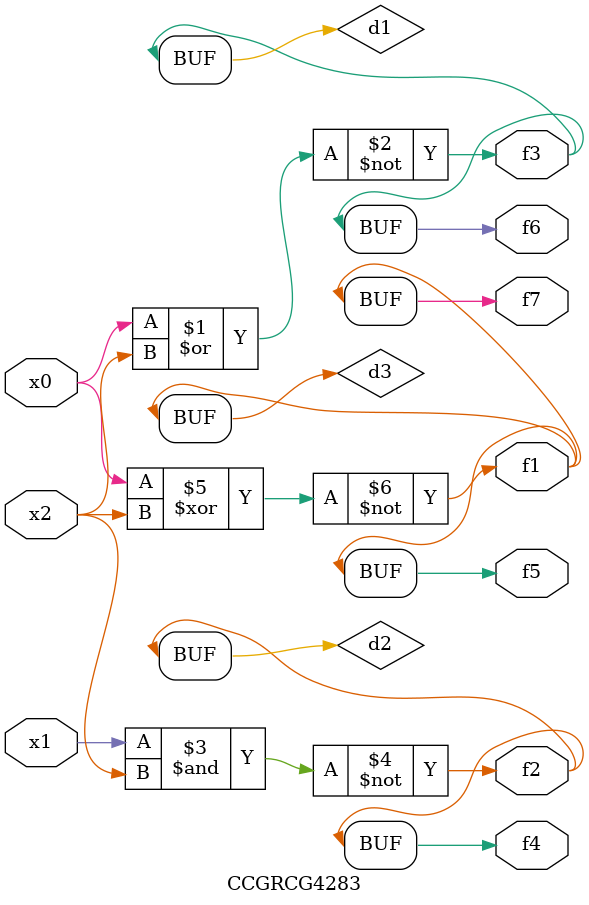
<source format=v>
module CCGRCG4283(
	input x0, x1, x2,
	output f1, f2, f3, f4, f5, f6, f7
);

	wire d1, d2, d3;

	nor (d1, x0, x2);
	nand (d2, x1, x2);
	xnor (d3, x0, x2);
	assign f1 = d3;
	assign f2 = d2;
	assign f3 = d1;
	assign f4 = d2;
	assign f5 = d3;
	assign f6 = d1;
	assign f7 = d3;
endmodule

</source>
